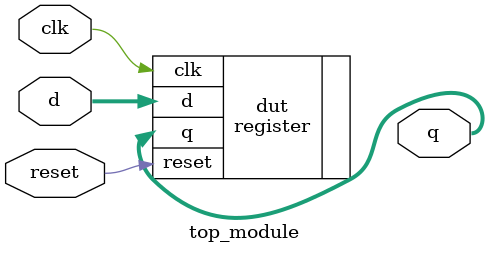
<source format=sv>
module top_module(
    input logic clk,
    input logic reset,
    input logic [3:0] d,
    output logic [3:0] q
);
	register #(.WIDTH(4)) dut (
    .clk(clk),
    .reset(reset),
    .d(d),
    .q(q)
  );

endmodule
</source>
